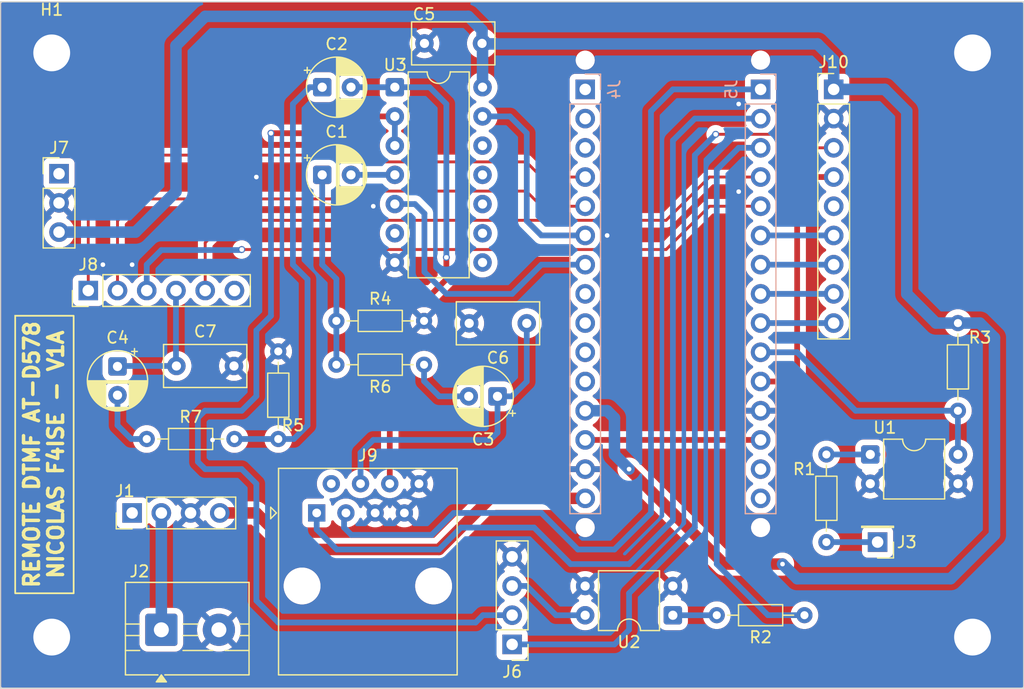
<source format=kicad_pcb>
(kicad_pcb (version 20241229) (generator "pcbnew") (generator_version "9.0")
  (title_block (date "sam. 04 avril 2015"))
  (layers (0 "F.Cu" signal) (2 "B.Cu" signal) (13 "F.Paste" user) (15 "B.Paste" user) (5 "F.SilkS" user "F.Silkscreen") (7 "B.SilkS" user "B.Silkscreen") (1 "F.Mask" user) (3 "B.Mask" user) (25 "Edge.Cuts" user))
  (net 0 "")
  (net 1 "GND")
  (net 2 "/~{RESET}")
  (net 3 "VCC")
  (net 4 "Net-(C1-Pad1)")
  (net 5 "/AM")
  (net 6 "/CW")
  (net 7 "Net-(C2-Pad1)")
  (net 8 "/TRX")
  (net 9 "Net-(C3-Pad2)")
  (net 10 "+5V")
  (net 11 "/GENCW")
  (net 12 "Net-(C4-Pad2)")
  (net 13 "Net-(J1-Pin_2)")
  (net 15 "/AREF")
  (net 16 "/D0{slash}RX")
  (net 17 "/D1{slash}TX")
  (net 18 "+3V3")
  (net 19 "/A7")
  (net 20 "/A6")
  (net 21 "/A5{slash}SCL")
  (net 22 "/A4{slash}SDA")
  (net 23 "/D13{slash}SCK")
  (net 24 "Net-(J3-Pin_1)")
  (net 25 "/MSG0")
  (net 26 "/SELAM")
  (net 27 "/SELCW")
  (net 28 "/MSG1")
  (net 29 "/PRES12V")
  (net 30 "/Q2")
  (net 31 "/SOT")
  (net 32 "/CMDPTT")
  (net 33 "/Q3")
  (net 34 "/EOT")
  (net 35 "/Q0")
  (net 36 "/~{STQ}")
  (net 37 "/Q1")
  (net 38 "/URX")
  (net 39 "/UTX")
  (net 40 "/MIC")
  (net 41 "/DTMF")
  (net 42 "/PTT")
  (net 47 "Net-(R1-Pad2)")
  (net 48 "Net-(R2-Pad2)")
  (footprint "MountingHole:MountingHole_3.2mm_M3_DIN965_Pad" (layer "F.Cu") (at 146.685 122.555)
    (property "Reference" "H4" (hide yes))
    (property "Value" "MountingHole_Pad" (hide yes))
    (pad "1" thru_hole circle (at 0 0) (size 5.6 5.6) (drill 3.2) (layers "*.Cu" "*.Mask") (net 1 "GND"))
  )
  (footprint "Capacitor_THT:CP_Radial_D5.0mm_P2.50mm" (layer "F.Cu") (at 105.41 101.62 180)
    (property "Reference" "C3" (at 1.25 -3.75 0) (layer "F.SilkS"))
    (property "Value" "4u7" (hide yes))
    (pad "1" thru_hole roundrect (at 0 0 180) (size 1.6 1.6) (drill 0.8) (layers "*.Cu" "*.Mask") (roundrect_rratio 0.15625) (net 8 "/TRX"))
    (pad "2" thru_hole circle (at 2.5 0 180) (size 1.6 1.6) (drill 0.8) (layers "*.Cu" "*.Mask") (net 9 "Net-(C3-Pad2)"))
  )
  (footprint "Connector_PinHeader_2.54mm:PinHeader_1x06_P2.54mm_Vertical" (layer "F.Cu") (at 69.85 92.42 90)
    (property "Reference" "J8" (at 2.25 0 180) (layer "F.SilkS"))
    (property "Value" "IO ATTINY85" (hide yes))
    (pad "1" thru_hole rect (at 0 0 90) (size 1.7 1.7) (drill 1) (layers "*.Cu" "*.Mask") (net 25 "/MSG0"))
    (pad "2" thru_hole circle (at 0 2.54 90) (size 1.7 1.7) (drill 1) (layers "*.Cu" "*.Mask") (net 28 "/MSG1"))
    (pad "3" thru_hole circle (at 0 5.08 90) (size 1.7 1.7) (drill 1) (layers "*.Cu" "*.Mask") (net 31 "/SOT"))
    (pad "4" thru_hole circle (at 0 7.62 90) (size 1.7 1.7) (drill 1) (layers "*.Cu" "*.Mask") (net 11 "/GENCW"))
    (pad "5" thru_hole circle (at 0 10.16 90) (size 1.7 1.7) (drill 1) (layers "*.Cu" "*.Mask") (net 34 "/EOT"))
    (pad "6" thru_hole circle (at 0 12.7 90) (size 1.7 1.7) (drill 1) (layers "*.Cu" "*.Mask"))
  )
  (footprint "Connector_PinHeader_2.54mm:PinHeader_1x09_P2.54mm_Vertical" (layer "F.Cu") (at 134.62 74.93)
    (property "Reference" "J10" (at 0 -2.38 0) (layer "F.SilkS"))
    (property "Value" "MT8870D")
    (pad "1" thru_hole rect (at 0 0) (size 1.7 1.7) (drill 1) (layers "*.Cu" "*.Mask") (net 10 "+5V"))
    (pad "2" thru_hole circle (at 0 2.54) (size 1.7 1.7) (drill 1) (layers "*.Cu" "*.Mask") (net 1 "GND"))
    (pad "3" thru_hole circle (at 0 5.08) (size 1.7 1.7) (drill 1) (layers "*.Cu" "*.Mask") (net 41 "/DTMF"))
    (pad "4" thru_hole circle (at 0 7.62) (size 1.7 1.7) (drill 1) (layers "*.Cu" "*.Mask") (net 36 "/~{STQ}"))
    (pad "5" thru_hole circle (at 0 10.16) (size 1.7 1.7) (drill 1) (layers "*.Cu" "*.Mask"))
    (pad "6" thru_hole circle (at 0 12.7) (size 1.7 1.7) (drill 1) (layers "*.Cu" "*.Mask") (net 33 "/Q3"))
    (pad "7" thru_hole circle (at 0 15.24) (size 1.7 1.7) (drill 1) (layers "*.Cu" "*.Mask") (net 30 "/Q2"))
    (pad "8" thru_hole circle (at 0 17.78) (size 1.7 1.7) (drill 1) (layers "*.Cu" "*.Mask") (net 37 "/Q1"))
    (pad "9" thru_hole circle (at 0 20.32) (size 1.7 1.7) (drill 1) (layers "*.Cu" "*.Mask") (net 35 "/Q0"))
  )
  (footprint "Capacitor_THT:CP_Radial_D5.0mm_P2.50mm" (layer "F.Cu") (at 90.1775 82.36)
    (property "Reference" "C1" (at 1.25 -3.75 0) (layer "F.SilkS"))
    (property "Value" "4u7" (hide yes))
    (pad "1" thru_hole roundrect (at 0 0) (size 1.6 1.6) (drill 0.8) (layers "*.Cu" "*.Mask") (roundrect_rratio 0.15625) (net 4 "Net-(C1-Pad1)"))
    (pad "2" thru_hole circle (at 2.5 0) (size 1.6 1.6) (drill 0.8) (layers "*.Cu" "*.Mask") (net 5 "/AM"))
  )
  (footprint "Package_DIP:DIP-14_W7.62mm" (layer "F.Cu") (at 96.4875 74.74)
    (property "Reference" "U3" (at 0.0325 -1.94 0) (layer "F.SilkS"))
    (property "Value" "CD4066BE")
    (pad "1" thru_hole roundrect (at 0 0) (size 1.6 1.6) (drill 0.8) (layers "*.Cu" "*.Mask") (roundrect_rratio 0.15625) (net 6 "/CW"))
    (pad "2" thru_hole circle (at 0 2.54) (size 1.6 1.6) (drill 0.8) (layers "*.Cu" "*.Mask") (net 40 "/MIC"))
    (pad "3" thru_hole circle (at 0 5.08) (size 1.6 1.6) (drill 0.8) (layers "*.Cu" "*.Mask") (net 40 "/MIC"))
    (pad "4" thru_hole circle (at 0 7.62) (size 1.6 1.6) (drill 0.8) (layers "*.Cu" "*.Mask") (net 5 "/AM"))
    (pad "5" thru_hole circle (at 0 10.16) (size 1.6 1.6) (drill 0.8) (layers "*.Cu" "*.Mask") (net 26 "/SELAM"))
    (pad "6" thru_hole circle (at 0 12.7) (size 1.6 1.6) (drill 0.8) (layers "*.Cu" "*.Mask"))
    (pad "7" thru_hole circle (at 0 15.24) (size 1.6 1.6) (drill 0.8) (layers "*.Cu" "*.Mask") (net 1 "GND"))
    (pad "8" thru_hole circle (at 7.62 15.24) (size 1.6 1.6) (drill 0.8) (layers "*.Cu" "*.Mask"))
    (pad "9" thru_hole circle (at 7.62 12.7) (size 1.6 1.6) (drill 0.8) (layers "*.Cu" "*.Mask"))
    (pad "10" thru_hole circle (at 7.62 10.16) (size 1.6 1.6) (drill 0.8) (layers "*.Cu" "*.Mask"))
    (pad "11" thru_hole circle (at 7.62 7.62) (size 1.6 1.6) (drill 0.8) (layers "*.Cu" "*.Mask"))
    (pad "12" thru_hole circle (at 7.62 5.08) (size 1.6 1.6) (drill 0.8) (layers "*.Cu" "*.Mask"))
    (pad "13" thru_hole circle (at 7.62 2.54) (size 1.6 1.6) (drill 0.8) (layers "*.Cu" "*.Mask") (net 27 "/SELCW"))
    (pad "14" thru_hole circle (at 7.62 0) (size 1.6 1.6) (drill 0.8) (layers "*.Cu" "*.Mask") (net 10 "+5V"))
  )
  (footprint "Arduino_MountingHole:MountingHole_65mil" (layer "F.Cu") (at 128.27 72.39 -90)
    (property "Reference" "MH2" (hide yes))
    (property "Value" "MountingHole_65mil" (hide yes))
    (pad "" np_thru_hole circle (at 0 0 270) (size 1.651 1.651) (drill 1.651) (layers "*.Cu" "*.Mask"))
  )
  (footprint "Capacitor_THT:C_Rect_L7.0mm_W3.5mm_P5.00mm" (layer "F.Cu") (at 77.51 98.98)
    (property "Reference" "C7" (at 2.5 -3 0) (layer "F.SilkS"))
    (property "Value" "47p" (hide yes))
    (pad "1" thru_hole circle (at 0 0) (size 1.6 1.6) (drill 0.8) (layers "*.Cu" "*.Mask") (net 11 "/GENCW"))
    (pad "2" thru_hole circle (at 5 0) (size 1.6 1.6) (drill 0.8) (layers "*.Cu" "*.Mask") (net 1 "GND"))
  )
  (footprint "MountingHole:MountingHole_3.2mm_M3_DIN965_Pad" (layer "F.Cu") (at 146.685 71.755)
    (property "Reference" "H3" (hide yes))
    (property "Value" "MountingHole_Pad" (hide yes))
    (pad "1" thru_hole circle (at 0 0) (size 5.6 5.6) (drill 3.2) (layers "*.Cu" "*.Mask") (net 1 "GND"))
  )
  (footprint "Resistor_THT:R_Axial_DIN0204_L3.6mm_D1.6mm_P7.62mm_Horizontal" (layer "F.Cu") (at 145.415 95.25 -90)
    (property "Reference" "R3" (at 1.265 -1.92 180) (layer "F.SilkS"))
    (property "Value" "100K" (hide yes))
    (pad "1" thru_hole circle (at 0 0 270) (size 1.4 1.4) (drill 0.7) (layers "*.Cu" "*.Mask") (net 10 "+5V"))
    (pad "2" thru_hole circle (at 7.62 0 270) (size 1.4 1.4) (drill 0.7) (layers "*.Cu" "*.Mask") (net 29 "/PRES12V"))
  )
  (footprint "Capacitor_THT:CP_Radial_D5.0mm_P2.50mm" (layer "F.Cu") (at 90.1775 74.74)
    (property "Reference" "C2" (at 1.25 -3.75 0) (layer "F.SilkS"))
    (property "Value" "4u7" (hide yes))
    (pad "1" thru_hole roundrect (at 0 0) (size 1.6 1.6) (drill 0.8) (layers "*.Cu" "*.Mask") (roundrect_rratio 0.15625) (net 7 "Net-(C2-Pad1)"))
    (pad "2" thru_hole circle (at 2.5 0) (size 1.6 1.6) (drill 0.8) (layers "*.Cu" "*.Mask") (net 6 "/CW"))
  )
  (footprint "Connector_PinHeader_2.54mm:PinHeader_1x04_P2.54mm_Vertical" (layer "F.Cu") (at 106.68 123.19 180)
    (property "Reference" "J6" (at 0 -2.38 0) (layer "F.SilkS"))
    (property "Value" "TRX TELCO" (hide yes))
    (pad "1" thru_hole rect (at 0 0 180) (size 1.7 1.7) (drill 1) (layers "*.Cu" "*.Mask") (net 41 "/DTMF"))
    (pad "2" thru_hole circle (at 0 2.54 180) (size 1.7 1.7) (drill 1) (layers "*.Cu" "*.Mask") (net 40 "/MIC"))
    (pad "3" thru_hole circle (at 0 5.08 180) (size 1.7 1.7) (drill 1) (layers "*.Cu" "*.Mask") (net 42 "/PTT"))
    (pad "4" thru_hole circle (at 0 7.62 180) (size 1.7 1.7) (drill 1) (layers "*.Cu" "*.Mask") (net 1 "GND"))
  )
  (footprint "TerminalBlock:TerminalBlock_MaiXu_MX126-5.0-02P_1x02_P5.00mm" (layer "F.Cu") (at 76.2 121.92)
    (property "Reference" "J2" (at -1.905 -5.08 180) (layer "F.SilkS"))
    (property "Value" "BATT 12V" (hide yes))
    (pad "1" thru_hole roundrect (at 0 0) (size 2.8 2.8) (drill 1.3) (layers "*.Cu" "*.Mask") (roundrect_rratio 0.089286) (net 13 "Net-(J1-Pin_2)"))
    (pad "2" thru_hole circle (at 5 0) (size 2.8 2.8) (drill 1.3) (layers "*.Cu" "*.Mask") (net 1 "GND"))
  )
  (footprint "Resistor_THT:R_Axial_DIN0204_L3.6mm_D1.6mm_P7.62mm_Horizontal" (layer "F.Cu") (at 133.985 114.295 90)
    (property "Reference" "R1" (at 6.345 -1.92 180) (layer "F.SilkS"))
    (property "Value" "2K2" (hide yes))
    (pad "1" thru_hole circle (at 0 0 90) (size 1.4 1.4) (drill 0.7) (layers "*.Cu" "*.Mask") (net 24 "Net-(J3-Pin_1)"))
    (pad "2" thru_hole circle (at 7.62 0 90) (size 1.4 1.4) (drill 0.7) (layers "*.Cu" "*.Mask") (net 47 "Net-(R1-Pad2)"))
  )
  (footprint "Capacitor_THT:C_Rect_L7.0mm_W3.5mm_P5.00mm" (layer "F.Cu") (at 104.0625 70.93 180)
    (property "Reference" "C5" (at 5.04 2.54 0) (layer "F.SilkS"))
    (property "Value" "100n" (hide yes))
    (pad "1" thru_hole circle (at 0 0 180) (size 1.6 1.6) (drill 0.8) (layers "*.Cu" "*.Mask") (net 10 "+5V"))
    (pad "2" thru_hole circle (at 5 0 180) (size 1.6 1.6) (drill 0.8) (layers "*.Cu" "*.Mask") (net 1 "GND"))
  )
  (footprint "Resistor_THT:R_Axial_DIN0204_L3.6mm_D1.6mm_P7.62mm_Horizontal" (layer "F.Cu") (at 74.93 105.33)
    (property "Reference" "R7" (at 3.81 -1.92 0) (layer "F.SilkS"))
    (property "Value" "47K" (hide yes))
    (pad "1" thru_hole circle (at 0 0) (size 1.4 1.4) (drill 0.7) (layers "*.Cu" "*.Mask") (net 12 "Net-(C4-Pad2)"))
    (pad "2" thru_hole circle (at 7.62 0) (size 1.4 1.4) (drill 0.7) (layers "*.Cu" "*.Mask") (net 7 "Net-(C2-Pad1)"))
  )
  (footprint "Capacitor_THT:C_Rect_L7.0mm_W3.5mm_P5.00mm" (layer "F.Cu") (at 107.95 95.27 180)
    (property "Reference" "C6" (at 2.5 -3 0) (layer "F.SilkS"))
    (property "Value" "47p" (hide yes))
    (pad "1" thru_hole circle (at 0 0 180) (size 1.6 1.6) (drill 0.8) (layers "*.Cu" "*.Mask") (net 8 "/TRX"))
    (pad "2" thru_hole circle (at 5 0 180) (size 1.6 1.6) (drill 0.8) (layers "*.Cu" "*.Mask") (net 1 "GND"))
  )
  (footprint "Connector_PinHeader_2.54mm:PinHeader_1x01_P2.54mm_Vertical" (layer "F.Cu") (at 138.435 114.295 180)
    (property "Reference" "J3" (at -2.535 -0.005 0) (layer "F.SilkS"))
    (property "Value" "P12V" (hide yes))
    (pad "1" thru_hole rect (at 0 0 180) (size 1.7 1.7) (drill 1) (layers "*.Cu" "*.Mask") (net 24 "Net-(J3-Pin_1)"))
  )
  (footprint "Arduino_MountingHole:MountingHole_65mil" (layer "F.Cu") (at 113.03 113.03 -90)
    (property "Reference" "MH4" (hide yes))
    (property "Value" "MountingHole_65mil" (hide yes))
    (pad "" np_thru_hole circle (at 0 0 270) (size 1.651 1.651) (drill 1.651) (layers "*.Cu" "*.Mask"))
  )
  (footprint "Capacitor_THT:CP_Radial_D5.0mm_P2.50mm" (layer "F.Cu") (at 72.39 99.02 -90)
    (property "Reference" "C4" (at -2.5 0 180) (layer "F.SilkS"))
    (property "Value" "4u7" (hide yes))
    (pad "1" thru_hole roundrect (at 0 0 270) (size 1.6 1.6) (drill 0.8) (layers "*.Cu" "*.Mask") (roundrect_rratio 0.15625) (net 11 "/GENCW"))
    (pad "2" thru_hole circle (at 2.5 0 270) (size 1.6 1.6) (drill 0.8) (layers "*.Cu" "*.Mask") (net 12 "Net-(C4-Pad2)"))
  )
  (footprint "MountingHole:MountingHole_3.2mm_M3_DIN965_Pad" (layer "F.Cu") (at 66.675 71.755)
    (property "Reference" "H1" (at 0 -3.75 0) (layer "F.SilkS"))
    (property "Value" "MountingHole_Pad" (hide yes))
    (pad "1" thru_hole circle (at 0 0) (size 5.6 5.6) (drill 3.2) (layers "*.Cu" "*.Mask") (net 1 "GND"))
  )
  (footprint "Connector_PinHeader_2.54mm:PinHeader_1x04_P2.54mm_Vertical" (layer "F.Cu") (at 73.66 111.76 90)
    (property "Reference" "J1" (at 1.905 -0.635 180) (layer "F.SilkS"))
    (property "Value" "REG. 7V" (hide yes))
    (pad "1" thru_hole rect (at 0 0 90) (size 1.7 1.7) (drill 1) (layers "*.Cu" "*.Mask"))
    (pad "2" thru_hole circle (at 0 2.54 90) (size 1.7 1.7) (drill 1) (layers "*.Cu" "*.Mask") (net 13 "Net-(J1-Pin_2)"))
    (pad "3" thru_hole circle (at 0 5.08 90) (size 1.7 1.7) (drill 1) (layers "*.Cu" "*.Mask") (net 1 "GND"))
    (pad "4" thru_hole circle (at 0 7.62 90) (size 1.7 1.7) (drill 1) (layers "*.Cu" "*.Mask") (net 3 "VCC"))
  )
  (footprint "MountingHole:MountingHole_3.2mm_M3_DIN965_Pad" (layer "F.Cu") (at 66.675 122.555)
    (property "Reference" "H2" (hide yes))
    (property "Value" "MountingHole_Pad" (hide yes))
    (pad "1" thru_hole circle (at 0 0) (size 5.6 5.6) (drill 3.2) (layers "*.Cu" "*.Mask") (net 1 "GND"))
  )
  (footprint "Package_DIP:DIP-4_W7.62mm" (layer "F.Cu") (at 137.8 106.675)
    (property "Reference" "U1" (at 1.265 -2.33 0) (layer "F.SilkS"))
    (property "Value" "PC817" (hide yes))
    (pad "1" thru_hole roundrect (at 0 0) (size 1.6 1.6) (drill 0.8) (layers "*.Cu" "*.Mask") (roundrect_rratio 0.15625) (net 47 "Net-(R1-Pad2)"))
    (pad "2" thru_hole circle (at 0 2.54) (size 1.6 1.6) (drill 0.8) (layers "*.Cu" "*.Mask") (net 1 "GND"))
    (pad "3" thru_hole circle (at 7.62 2.54) (size 1.6 1.6) (drill 0.8) (layers "*.Cu" "*.Mask") (net 1 "GND"))
    (pad "4" thru_hole circle (at 7.62 0) (size 1.6 1.6) (drill 0.8) (layers "*.Cu" "*.Mask") (net 29 "/PRES12V"))
  )
  (footprint "Package_DIP:DIP-4_W7.62mm" (layer "F.Cu") (at 120.645 120.655 180)
    (property "Reference" "U2" (at 3.81 -2.33 0) (layer "F.SilkS"))
    (property "Value" "PC817" (hide yes))
    (pad "1" thru_hole roundrect (at 0 0 180) (size 1.6 1.6) (drill 0.8) (layers "*.Cu" "*.Mask") (roundrect_rratio 0.15625) (net 48 "Net-(R2-Pad2)"))
    (pad "2" thru_hole circle (at 0 2.54 180) (size 1.6 1.6) (drill 0.8) (layers "*.Cu" "*.Mask") (net 1 "GND"))
    (pad "3" thru_hole circle (at 7.62 2.54 180) (size 1.6 1.6) (drill 0.8) (layers "*.Cu" "*.Mask") (net 1 "GND"))
    (pad "4" thru_hole circle (at 7.62 0 180) (size 1.6 1.6) (drill 0.8) (layers "*.Cu" "*.Mask") (net 42 "/PTT"))
  )
  (footprint "Arduino_MountingHole:MountingHole_65mil" (layer "F.Cu") (at 113.03 72.39 -90)
    (property "Reference" "MH1" (hide yes))
    (property "Value" "MountingHole_65mil" (hide yes))
    (pad "" np_thru_hole circle (at 0 0 270) (size 1.651 1.651) (drill 1.651) (layers "*.Cu" "*.Mask"))
  )
  (footprint "Resistor_THT:R_Axial_DIN0204_L3.6mm_D1.6mm_P7.62mm_Horizontal" (layer "F.Cu") (at 132.08 120.65 180)
    (property "Reference" "R2" (at 3.81 -1.92 0) (layer "F.SilkS"))
    (property "Value" "820R" (hide yes))
    (pad "1" thru_hole circle (at 0 0 180) (size 1.4 1.4) (drill 0.7) (layers "*.Cu" "*.Mask") (net 32 "/CMDPTT"))
    (pad "2" thru_hole circle (at 7.62 0 180) (size 1.4 1.4) (drill 0.7) (layers "*.Cu" "*.Mask") (net 48 "Net-(R2-Pad2)"))
  )
  (footprint "Resistor_THT:R_Axial_DIN0204_L3.6mm_D1.6mm_P7.62mm_Horizontal" (layer "F.Cu") (at 91.4075 95.06)
    (property "Reference" "R4" (at 3.81 -1.92 0) (layer "F.SilkS"))
    (property "Value" "47K" (hide yes))
    (pad "1" thru_hole circle (at 0 0) (size 1.4 1.4) (drill 0.7) (layers "*.Cu" "*.Mask") (net 4 "Net-(C1-Pad1)"))
    (pad "2" thru_hole circle (at 7.62 0) (size 1.4 1.4) (drill 0.7) (layers "*.Cu" "*.Mask") (net 1 "GND"))
  )
  (footprint "Resistor_THT:R_Axial_DIN0204_L3.6mm_D1.6mm_P7.62mm_Horizontal" (layer "F.Cu") (at 86.36 105.33 90)
    (property "Reference" "R5" (at 1.19 1.27 180) (layer "F.SilkS"))
    (property "Value" "47K" (hide yes))
    (pad "1" thru_hole circle (at 0 0 90) (size 1.4 1.4) (drill 0.7) (layers "*.Cu" "*.Mask") (net 7 "Net-(C2-Pad1)"))
    (pad "2" thru_hole circle (at 7.62 0 90) (size 1.4 1.4) (drill 0.7) (layers "*.Cu" "*.Mask") (net 1 "GND"))
  )
  (footprint "Resistor_THT:R_Axial_DIN0204_L3.6mm_D1.6mm_P7.62mm_Horizontal" (layer "F.Cu") (at 99.0275 98.87 180)
    (property "Reference" "R6" (at 3.81 -1.92 0) (layer "F.SilkS"))
    (property "Value" "47K" (hide yes))
    (pad "1" thru_hole circle (at 0 0 180) (size 1.4 1.4) (drill 0.7) (layers "*.Cu" "*.Mask") (net 9 "Net-(C3-Pad2)"))
    (pad "2" thru_hole circle (at 7.62 0 180) (size 1.4 1.4) (drill 0.7) (layers "*.Cu" "*.Mask") (net 4 "Net-(C1-Pad1)"))
  )
  (footprint "Connector_PinHeader_2.54mm:PinHeader_1x03_P2.54mm_Vertical" (layer "F.Cu") (at 67.31 82.26)
    (property "Reference" "J7" (at 0 -2.25 0) (layer "F.SilkS"))
    (property "Value" "AL. ATTINY85" (hide yes))
    (pad "1" thru_hole rect (at 0 0) (size 1.7 1.7) (drill 1) (layers "*.Cu" "*.Mask"))
    (pad "2" thru_hole circle (at 0 2.54) (size 1.7 1.7) (drill 1) (layers "*.Cu" "*.Mask") (net 1 "GND"))
    (pad "3" thru_hole circle (at 0 5.08) (size 1.7 1.7) (drill 1) (layers "*.Cu" "*.Mask") (net 10 "+5V"))
  )
  (footprint "Arduino_MountingHole:MountingHole_65mil" (layer "F.Cu") (at 128.27 113.03 -90)
    (property "Reference" "MH3" (hide yes))
    (property "Value" "MountingHole_65mil" (hide yes))
    (pad "" np_thru_hole circle (at 0 0 270) (size 1.651 1.651) (drill 1.651) (layers "*.Cu" "*.Mask"))
  )
  (footprint "Connector_RJ:RJ45_Amphenol_54602-x08_Horizontal" (layer "F.Cu") (at 89.6975 111.76)
    (property "Reference" "J9" (at 4.445 -5 0) (layer "F.SilkS"))
    (property "Value" "AT-D578" (hide yes))
    (pad "" np_thru_hole circle (at -1.27 6.35) (size 3.2 3.2) (drill 3.2) (layers "*.Cu" "*.Mask"))
    (pad "" np_thru_hole circle (at 10.16 6.35) (size 3.2 3.2) (drill 3.2) (layers "*.Cu" "*.Mask"))
    (pad "1" thru_hole rect (at 0 0) (size 1.5 1.5) (drill 0.76) (layers "*.Cu" "*.Mask") (net 38 "/URX"))
    (pad "2" thru_hole circle (at 1.27 -2.54) (size 1.5 1.5) (drill 0.76) (layers "*.Cu" "*.Mask"))
    (pad "3" thru_hole circle (at 2.54 0) (size 1.5 1.5) (drill 0.76) (layers "*.Cu" "*.Mask") (net 39 "/UTX"))
    (pad "4" thru_hole circle (at 3.81 -2.54) (size 1.5 1.5) (drill 0.76) (layers "*.Cu" "*.Mask") (net 8 "/TRX"))
    (pad "5" thru_hole circle (at 5.08 0) (size 1.5 1.5) (drill 0.76) (layers "*.Cu" "*.Mask") (net 1 "GND"))
    (pad "6" thru_hole circle (at 6.35 -2.54) (size 1.5 1.5) (drill 0.76) (layers "*.Cu" "*.Mask") (net 6 "/CW"))
    (pad "7" thru_hole circle (at 7.62 0) (size 1.5 1.5) (drill 0.76) (layers "*.Cu" "*.Mask") (net 1 "GND"))
    (pad "8" thru_hole circle (at 8.89 -2.54) (size 1.5 1.5) (drill 0.76) (layers "*.Cu" "*.Mask") (net 1 "GND"))
  )
  (footprint "Connector_PinHeader_2.54mm:PinHeader_1x15_P2.54mm_Vertical" (layer "B.Cu") (at 113.03 74.93 180)
    (property "Reference" "J4" (at -2.54 0 90) (layer "B.SilkS") (effects (justify mirror)))
    (property "Value" "Analog")
    (pad "1" thru_hole rect (at 0 0 180) (size 1.7 1.7) (drill 1) (layers "*.Cu" "*.Mask") (net 23 "/D13{slash}SCK"))
    (pad "2" thru_hole oval (at 0 -2.54 180) (size 1.7 1.7) (drill 1) (layers "*.Cu" "*.Mask") (net 18 "+3V3"))
    (pad "3" thru_hole oval (at 0 -5.08 180) (size 1.7 1.7) (drill 1) (layers "*.Cu" "*.Mask") (net 15 "/AREF"))
    (pad "4" thru_hole oval (at 0 -7.62 180) (size 1.7 1.7) (drill 1) (layers "*.Cu" "*.Mask") (net 25 "/MSG0"))
    (pad "5" thru_hole oval (at 0 -10.16 180) (size 1.7 1.7) (drill 1) (layers "*.Cu" "*.Mask") (net 28 "/MSG1"))
    (pad "6" thru_hole oval (at 0 -12.7 180) (size 1.7 1.7) (drill 1) (layers "*.Cu" "*.Mask") (net 27 "/SELCW"))
    (pad "7" thru_hole oval (at 0 -15.24 180) (size 1.7 1.7) (drill 1) (layers "*.Cu" "*.Mask") (net 26 "/SELAM"))
    (pad "8" thru_hole oval (at 0 -17.78 180) (size 1.7 1.7) (drill 1) (layers "*.Cu" "*.Mask") (net 22 "/A4{slash}SDA"))
    (pad "9" thru_hole oval (at 0 -20.32 180) (size 1.7 1.7) (drill 1) (layers "*.Cu" "*.Mask") (net 21 "/A5{slash}SCL"))
    (pad "10" thru_hole oval (at 0 -22.86 180) (size 1.7 1.7) (drill 1) (layers "*.Cu" "*.Mask") (net 20 "/A6"))
    (pad "11" thru_hole oval (at 0 -25.4 180) (size 1.7 1.7) (drill 1) (layers "*.Cu" "*.Mask") (net 19 "/A7"))
    (pad "12" thru_hole oval (at 0 -27.94 180) (size 1.7 1.7) (drill 1) (layers "*.Cu" "*.Mask") (net 10 "+5V"))
    (pad "13" thru_hole oval (at 0 -30.48 180) (size 1.7 1.7) (drill 1) (layers "*.Cu" "*.Mask") (net 2 "/~{RESET}"))
    (pad "14" thru_hole oval (at 0 -33.02 180) (size 1.7 1.7) (drill 1) (layers "*.Cu" "*.Mask") (net 1 "GND"))
    (pad "15" thru_hole oval (at 0 -35.56 180) (size 1.7 1.7) (drill 1) (layers "*.Cu" "*.Mask") (net 3 "VCC"))
  )
  (footprint "Connector_PinHeader_2.54mm:PinHeader_1x15_P2.54mm_Vertical" (layer "B.Cu") (at 128.27 74.93 180)
    (property "Reference" "J5" (at 2.54 0 90) (layer "B.SilkS") (effects (justify mirror)))
    (property "Value" "Digital")
    (pad "1" thru_hole rect (at 0 0 180) (size 1.7 1.7) (drill 1) (layers "*.Cu" "*.Mask") (net 39 "/UTX"))
    (pad "2" thru_hole oval (at 0 -2.54 180) (size 1.7 1.7) (drill 1) (layers "*.Cu" "*.Mask") (net 38 "/URX"))
    (pad "3" thru_hole oval (at 0 -5.08 180) (size 1.7 1.7) (drill 1) (layers "*.Cu" "*.Mask") (net 32 "/CMDPTT"))
    (pad "4" thru_hole oval (at 0 -7.62 180) (size 1.7 1.7) (drill 1) (layers "*.Cu" "*.Mask") (net 34 "/EOT"))
    (pad "5" thru_hole oval (at 0 -10.16 180) (size 1.7 1.7) (drill 1) (layers "*.Cu" "*.Mask") (net 31 "/SOT"))
    (pad "6" thru_hole oval (at 0 -12.7 180) (size 1.7 1.7) (drill 1) (layers "*.Cu" "*.Mask") (net 33 "/Q3"))
    (pad "7" thru_hole oval (at 0 -15.24 180) (size 1.7 1.7) (drill 1) (layers "*.Cu" "*.Mask") (net 30 "/Q2"))
    (pad "8" thru_hole oval (at 0 -17.78 180) (size 1.7 1.7) (drill 1) (layers "*.Cu" "*.Mask") (net 37 "/Q1"))
    (pad "9" thru_hole oval (at 0 -20.32 180) (size 1.7 1.7) (drill 1) (layers "*.Cu" "*.Mask") (net 35 "/Q0"))
    (pad "10" thru_hole oval (at 0 -22.86 180) (size 1.7 1.7) (drill 1) (layers "*.Cu" "*.Mask") (net 29 "/PRES12V"))
    (pad "11" thru_hole oval (at 0 -25.4 180) (size 1.7 1.7) (drill 1) (layers "*.Cu" "*.Mask") (net 36 "/~{STQ}"))
    (pad "12" thru_hole oval (at 0 -27.94 180) (size 1.7 1.7) (drill 1) (layers "*.Cu" "*.Mask") (net 1 "GND"))
    (pad "13" thru_hole oval (at 0 -30.48 180) (size 1.7 1.7) (drill 1) (layers "*.Cu" "*.Mask") (net 2 "/~{RESET}"))
    (pad "14" thru_hole oval (at 0 -33.02 180) (size 1.7 1.7) (drill 1) (layers "*.Cu" "*.Mask") (net 16 "/D0{slash}RX"))
    (pad "15" thru_hole oval (at 0 -35.56 180) (size 1.7 1.7) (drill 1) (layers "*.Cu" "*.Mask") (net 17 "/D1{slash}TX"))
  )
  (gr_line (start 81.915 86.36) (end 95.25 86.36) (stroke (width 0.15)) (layer "F.Cu") (net 34))
  (gr_rect (start 63.5 94.615) (end 68.58 118.745) (stroke (width 0.15)) (fill no) (layer "F.SilkS"))
  (gr_rect (start 62.23 67.31) (end 151.13 127) (stroke (width 0.1)) (fill no) (layer "Edge.Cuts"))
  (gr_text "REMOTE DTMF AT-D578\nNICOLAS F4ISE - V1A" (at 65.985 106.68 90) (layer "F.SilkS") (effects (font (size 1.3 1.3) (thickness 0.3) (bold yes))))
  (via (at 80.645 105.41) (size 0.6) (drill 0.4) (layers "F.Cu" "B.Cu") (net 1))
  (via (at 126.365 76.2) (size 0.6) (drill 0.4) (layers "F.Cu" "B.Cu") (net 1))
  (via (at 126.365 83.82) (size 0.6) (drill 0.4) (layers "F.Cu" "B.Cu") (net 1))
  (via (at 94.615 85.09) (size 0.6) (drill 0.4) (layers "F.Cu" "B.Cu") (net 1))
  (via (at 71.12 90.17) (size 0.6) (drill 0.4) (layers "F.Cu" "B.Cu") (net 1))
  (via (at 84.455 82.55) (size 0.6) (drill 0.4) (layers "F.Cu" "B.Cu") (net 1))
  (via (at 114.935 87.63) (size 0.6) (drill 0.4) (layers "F.Cu" "B.Cu") (net 1))
  (via (at 73.66 90.17) (size 0.6) (drill 0.4) (layers "F.Cu" "B.Cu") (net 1))
  (segment (start 113.03 105.41) (end 128.27 105.41) (width 0.5) (layer "F.Cu") (net 2))
  (segment (start 84.455 111.76) (end 87.63 114.935) (width 1) (layer "F.Cu") (net 3))
  (segment (start 104.775 110.49) (end 113.03 110.49) (width 1) (layer "F.Cu") (net 3))
  (segment (start 81.28 111.76) (end 84.455 111.76) (width 1) (layer "F.Cu") (net 3))
  (segment (start 87.63 114.935) (end 100.33 114.935) (width 1) (layer "F.Cu") (net 3))
  (segment (start 100.33 114.935) (end 104.775 110.49) (width 1) (layer "F.Cu") (net 3))
  (segment (start 90.1775 90.1625) (end 90.1775 82.36) (width 0.5) (layer "B.Cu") (net 4))
  (segment (start 90.17 90.17) (end 90.1775 90.1625) (width 0.5) (layer "B.Cu") (net 4))
  (segment (start 91.4075 95.06) (end 91.4075 91.4075) (width 0.5) (layer "B.Cu") (net 4))
  (segment (start 91.4075 98.87) (end 91.4075 95.06) (width 0.5) (layer "B.Cu") (net 4))
  (segment (start 91.4075 91.4075) (end 90.17 90.17) (width 0.5) (layer "B.Cu") (net 4))
  (segment (start 92.6775 82.36) (end 96.4875 82.36) (width 0.5) (layer "B.Cu") (net 5))
  (segment (start 100.965 89.535) (end 100.965 91.44) (width 0.5) (layer "F.Cu") (net 6))
  (segment (start 97.79 92.71) (end 96.0475 94.4525) (width 0.5) (layer "F.Cu") (net 6))
  (segment (start 100.965 91.44) (end 99.695 92.71) (width 0.5) (layer "F.Cu") (net 6))
  (segment (start 96.0475 94.4525) (end 96.0475 109.22) (width 0.5) (layer "F.Cu") (net 6))
  (segment (start 99.695 92.71) (end 97.79 92.71) (width 0.5) (layer "F.Cu") (net 6))
  (via (at 100.965 89.535) (size 0.6) (drill 0.4) (layers "F.Cu" "B.Cu") (net 6))
  (segment (start 99.505 74.74) (end 96.4875 74.74) (width 0.5) (layer "B.Cu") (net 6))
  (segment (start 100.965 89.535) (end 100.965 76.2) (width 0.5) (layer "B.Cu") (net 6))
  (segment (start 92.6775 74.74) (end 96.4875 74.74) (width 0.5) (layer "B.Cu") (net 6))
  (segment (start 100.965 76.2) (end 99.505 74.74) (width 0.5) (layer "B.Cu") (net 6))
  (segment (start 89.09 74.74) (end 90.1775 74.74) (width 0.5) (layer "B.Cu") (net 7))
  (segment (start 87.63 76.2) (end 89.09 74.74) (width 0.5) (layer "B.Cu") (net 7))
  (segment (start 88.9 91.44) (end 87.63 90.17) (width 0.5) (layer "B.Cu") (net 7))
  (segment (start 87.63 90.17) (end 87.63 76.2) (width 0.5) (layer "B.Cu") (net 7))
  (segment (start 82.55 105.33) (end 86.36 105.33) (width 0.5) (layer "B.Cu") (net 7))
  (segment (start 86.36 105.33) (end 87.71 105.33) (width 0.5) (layer "B.Cu") (net 7))
  (segment (start 88.9 104.14) (end 88.9 91.44) (width 0.5) (layer "B.Cu") (net 7))
  (segment (start 87.71 105.33) (end 88.9 104.14) (width 0.5) (layer "B.Cu") (net 7))
  (segment (start 107.95 100.33) (end 106.66 101.62) (width 0.5) (layer "B.Cu") (net 8))
  (segment (start 94.615 105.41) (end 104.775 105.41) (width 0.5) (layer "B.Cu") (net 8))
  (segment (start 104.775 105.41) (end 105.41 104.775) (width 0.5) (layer "B.Cu") (net 8))
  (segment (start 105.41 104.775) (end 105.41 101.62) (width 0.5) (layer "B.Cu") (net 8))
  (segment (start 107.95 95.27) (end 107.95 100.33) (width 0.5) (layer "B.Cu") (net 8))
  (segment (start 106.66 101.62) (end 105.41 101.62) (width 0.5) (layer "B.Cu") (net 8))
  (segment (start 93.5075 109.22) (end 93.5075 106.5175) (width 0.5) (layer "B.Cu") (net 8))
  (segment (start 93.5075 106.5175) (end 94.615 105.41) (width 0.5) (layer "B.Cu") (net 8))
  (segment (start 99.0275 98.87) (end 99.0275 100.2975) (width 0.5) (layer "B.Cu") (net 9))
  (segment (start 100.35 101.62) (end 102.91 101.62) (width 0.5) (layer "B.Cu") (net 9))
  (segment (start 99.0275 100.2975) (end 100.35 101.62) (width 0.5) (layer "B.Cu") (net 9))
  (segment (start 116.84 107.95) (end 125.095 116.205) (width 1) (layer "F.Cu") (net 10))
  (segment (start 125.095 116.205) (end 130.175 116.205) (width 1) (layer "F.Cu") (net 10))
  (via (at 116.84 107.95) (size 0.6) (drill 0.4) (layers "F.Cu" "B.Cu") (net 10))
  (via (at 130.175 116.205) (size 0.6) (drill 0.4) (layers "F.Cu" "B.Cu") (net 10))
  (segment (start 140.97 76.835) (end 139.065 74.93) (width 1) (layer "B.Cu") (net 10))
  (segment (start 133.205 70.975) (end 134.62 72.39) (width 1) (layer "B.Cu") (net 10))
  (segment (start 144.78 117.475) (end 148.59 113.665) (width 1) (layer "B.Cu") (net 10))
  (segment (start 104.1075 70.975) (end 133.205 70.975) (width 1) (layer "B.Cu") (net 10))
  (segment (start 131.445 117.475) (end 144.78 117.475) (width 1) (layer "B.Cu") (net 10))
  (segment (start 143.51 95.25) (end 140.97 92.71) (width 1) (layer "B.Cu") (net 10))
  (segment (start 80.01 68.58) (end 102.87 68.58) (width 1) (layer "B.Cu") (net 10))
  (segment (start 148.59 96.52) (end 147.32 95.25) (width 1) (layer "B.Cu") (net 10))
  (segment (start 147.32 95.25) (end 143.51 95.25) (width 1) (layer "B.Cu") (net 10))
  (segment (start 104.0625 69.7725) (end 104.0625 70.93) (width 1) (layer "B.Cu") (net 10))
  (segment (start 130.175 116.205) (end 131.445 117.475) (width 1) (layer "B.Cu") (net 10))
  (segment (start 102.87 68.58) (end 104.0625 69.7725) (width 1) (layer "B.Cu") (net 10))
  (segment (start 148.59 113.665) (end 148.59 96.52) (width 1) (layer "B.Cu") (net 10))
  (segment (start 104.1075 74.74) (end 104.1075 70.975) (width 1) (layer "B.Cu") (net 10))
  (segment (start 77.47 71.12) (end 80.01 68.58) (width 1) (layer "B.Cu") (net 10))
  (segment (start 104.1075 70.975) (end 104.0625 70.93) (width 0.25) (layer "B.Cu") (net 10))
  (segment (start 115.57 103.505) (end 114.935 102.87) (width 1) (layer "B.Cu") (net 10))
  (segment (start 114.935 102.87) (end 113.03 102.87) (width 1) (layer "B.Cu") (net 10))
  (segment (start 139.065 74.93) (end 134.62 74.93) (width 1) (layer "B.Cu") (net 10))
  (segment (start 116.84 107.95) (end 115.57 106.68) (width 1) (layer "B.Cu") (net 10))
  (segment (start 77.47 83.82) (end 77.47 71.12) (width 1) (layer "B.Cu") (net 10))
  (segment (start 73.95 87.34) (end 77.47 83.82) (width 1) (layer "B.Cu") (net 10))
  (segment (start 115.57 106.68) (end 115.57 103.505) (width 1) (layer "B.Cu") (net 10))
  (segment (start 140.97 92.71) (end 140.97 76.835) (width 1) (layer "B.Cu") (net 10))
  (segment (start 67.31 87.34) (end 73.95 87.34) (width 1) (layer "B.Cu") (net 10))
  (segment (start 134.62 72.39) (end 134.62 74.93) (width 1) (layer "B.Cu") (net 10))
  (segment (start 72.43 98.98) (end 72.39 99.02) (width 0.25) (layer "B.Cu") (net 11))
  (segment (start 77.47 92.42) (end 77.47 98.94) (width 0.5) (layer "B.Cu") (net 11))
  (segment (start 77.51 98.98) (end 72.43 98.98) (width 0.5) (layer "B.Cu") (net 11))
  (segment (start 77.47 98.94) (end 77.51 98.98) (width 0.25) (layer "B.Cu") (net 11))
  (segment (start 74.93 105.33) (end 73.58 105.33) (width 0.5) (layer "B.Cu") (net 12))
  (segment (start 72.39 104.14) (end 72.39 101.52) (width 0.5) (layer "B.Cu") (net 12))
  (segment (start 73.58 105.33) (end 72.39 104.14) (width 0.5) (layer "B.Cu") (net 12))
  (segment (start 76.2 121.92) (end 76.2 111.76) (width 1) (layer "B.Cu") (net 13))
  (segment (start 138.435 114.295) (end 134.625 114.295) (width 0.5) (layer "B.Cu") (net 24))
  (segment (start 94.569 81.234) (end 93.98 80.645) (width 0.25) (layer "F.Cu") (net 25))
  (segment (start 69.85 83.82) (end 69.85 92.42) (width 0.25) (layer "F.Cu") (net 25))
  (segment (start 73.025 80.645) (end 69.85 83.82) (width 0.25) (layer "F.Cu") (net 25))
  (segment (start 93.98 80.645) (end 73.025 80.645) (width 0.25) (layer "F.Cu") (net 25))
  (segment (start 113.03 82.55) (end 109.22 82.55) (width 0.25) (layer "F.Cu") (net 25))
  (segment (start 109.22 82.55) (end 107.904 81.234) (width 0.25) (layer "F.Cu") (net 25))
  (segment (start 107.904 81.234) (end 94.569 81.234) (width 0.25) (layer "F.Cu") (net 25))
  (segment (start 98.235 84.9) (end 99.06 85.725) (width 0.5) (layer "B.Cu") (net 26))
  (segment (start 96.4875 84.9) (end 98.235 84.9) (width 0.5) (layer "B.Cu") (net 26))
  (segment (start 109.22 90.17) (end 113.03 90.17) (width 0.5) (layer "B.Cu") (net 26))
  (segment (start 100.965 92.71) (end 106.68 92.71) (width 0.5) (layer "B.Cu") (net 26))
  (segment (start 106.68 92.71) (end 109.22 90.17) (width 0.5) (layer "B.Cu") (net 26))
  (segment (start 99.06 85.725) (end 99.06 90.805) (width 0.5) (layer "B.Cu") (net 26))
  (segment (start 99.06 90.805) (end 100.965 92.71) (width 0.5) (layer "B.Cu") (net 26))
  (segment (start 109.22 87.63) (end 107.95 86.36) (width 0.5) (layer "B.Cu") (net 27))
  (segment (start 107.95 86.36) (end 107.95 78.74) (width 0.5) (layer "B.Cu") (net 27))
  (segment (start 106.49 77.28) (end 104.1075 77.28) (width 0.5) (layer "B.Cu") (net 27))
  (segment (start 107.95 78.74) (end 106.49 77.28) (width 0.5) (layer "B.Cu") (net 27))
  (segment (start 113.03 87.63) (end 109.22 87.63) (width 0.5) (layer "B.Cu") (net 27))
  (segment (start 107.904 83.774) (end 94.661 83.774) (width 0.25) (layer "F.Cu") (net 28))
  (segment (start 94.661 83.774) (end 93.98 84.455) (width 0.25) (layer "F.Cu") (net 28))
  (segment (start 72.39 86.36) (end 72.39 92.42) (width 0.25) (layer "F.Cu") (net 28))
  (segment (start 109.22 85.09) (end 107.904 83.774) (width 0.25) (layer "F.Cu") (net 28))
  (segment (start 74.295 84.455) (end 72.39 86.36) (width 0.25) (layer "F.Cu") (net 28))
  (segment (start 93.98 84.455) (end 74.295 84.455) (width 0.25) (layer "F.Cu") (net 28))
  (segment (start 113.03 85.09) (end 109.22 85.09) (width 0.25) (layer "F.Cu") (net 28))
  (segment (start 136.525 102.87) (end 145.415 102.87) (width 0.5) (layer "B.Cu") (net 29))
  (segment (start 145.415 102.87) (end 145.415 106.67) (width 0.5) (layer "B.Cu") (net 29))
  (segment (start 131.445 97.79) (end 136.525 102.87) (width 0.5) (layer "B.Cu") (net 29))
  (segment (start 145.415 106.67) (end 145.42 106.675) (width 0.5) (layer "B.Cu") (net 29))
  (segment (start 128.27 97.79) (end 131.445 97.79) (width 0.5) (layer "B.Cu") (net 29))
  (segment (start 128.27 90.17) (end 134.62 90.17) (width 0.5) (layer "B.Cu") (net 30))
  (segment (start 120.061 88.854) (end 123.825 85.09) (width 0.25) (layer "F.Cu") (net 31))
  (segment (start 83.185 88.854) (end 120.061 88.854) (width 0.25) (layer "F.Cu") (net 31))
  (segment (start 123.825 85.09) (end 128.27 85.09) (width 0.25) (layer "F.Cu") (net 31))
  (via (at 83.185 88.854) (size 0.6) (drill 0.4) (layers "F.Cu" "B.Cu") (net 31))
  (segment (start 83.139 88.9) (end 76.2 88.9) (width 0.5) (layer "B.Cu") (net 31))
  (segment (start 74.93 90.17) (end 74.93 92.42) (width 0.5) (layer "B.Cu") (net 31))
  (segment (start 76.2 88.9) (end 74.93 90.17) (width 0.5) (layer "B.Cu") (net 31))
  (segment (start 83.185 88.854) (end 83.139 88.9) (width 0.5) (layer "B.Cu") (net 31))
  (segment (start 132.08 120.65) (end 128.905 120.65) (width 0.5) (layer "B.Cu") (net 32))
  (segment (start 124.46 116.205) (end 124.46 81.915) (width 0.5) (layer "B.Cu") (net 32))
  (segment (start 126.365 80.01) (end 128.27 80.01) (width 0.5) (layer "B.Cu") (net 32))
  (segment (start 124.46 81.915) (end 126.365 80.01) (width 0.5) (layer "B.Cu") (net 32))
  (segment (start 128.905 120.65) (end 124.46 116.205) (width 0.5) (layer "B.Cu") (net 32))
  (segment (start 128.27 87.63) (end 134.62 87.63) (width 0.5) (layer "B.Cu") (net 33))
  (segment (start 128.27 82.55) (end 123.825 82.55) (width 0.25) (layer "F.Cu") (net 34))
  (segment (start 81.961 86.314) (end 120.061 86.314) (width 0.25) (layer "F.Cu") (net 34))
  (segment (start 80.01 88.265) (end 80.01 92.42) (width 0.25) (layer "F.Cu") (net 34))
  (segment (start 123.825 82.55) (end 120.061 86.314) (width 0.25) (layer "F.Cu") (net 34))
  (segment (start 80.01 88.265) (end 81.961 86.314) (width 0.25) (layer "F.Cu") (net 34))
  (segment (start 128.27 95.25) (end 134.62 95.25) (width 0.5) (layer "B.Cu") (net 35))
  (segment (start 131.445 99.695) (end 130.81 100.33) (width 0.5) (layer "F.Cu") (net 36))
  (segment (start 131.445 83.82) (end 131.445 99.695) (width 0.5) (layer "F.Cu") (net 36))
  (segment (start 130.81 100.33) (end 128.27 100.33) (width 0.5) (layer "F.Cu") (net 36))
  (segment (start 134.62 82.55) (end 132.715 82.55) (width 0.5) (layer "F.Cu") (net 36))
  (segment (start 132.715 82.55) (end 131.445 83.82) (width 0.5) (layer "F.Cu") (net 36))
  (segment (start 128.27 92.71) (end 134.62 92.71) (width 0.5) (layer "B.Cu") (net 37))
  (segment (start 89.6975 113.1925) (end 89.6975 111.76) (width 0.5) (layer "B.Cu") (net 38))
  (segment (start 120.65 79.375) (end 120.65 112.395) (width 0.5) (layer "B.Cu") (net 38))
  (segment (start 100.33 114.935) (end 91.44 114.935) (width 0.5) (layer "B.Cu") (net 38))
  (segment (start 120.65 112.395) (end 116.84 116.205) (width 0.5) (layer "B.Cu") (net 38))
  (segment (start 116.84 116.205) (end 111.76 116.205) (width 0.5) (layer "B.Cu") (net 38))
  (segment (start 108.585 113.03) (end 102.235 113.03) (width 0.5) (layer "B.Cu") (net 38))
  (segment (start 111.76 116.205) (end 108.585 113.03) (width 0.5) (layer "B.Cu") (net 38))
  (segment (start 91.44 114.935) (end 89.6975 113.1925) (width 0.5) (layer "B.Cu") (net 38))
  (segment (start 122.555 77.47) (end 120.65 79.375) (width 0.5) (layer "B.Cu") (net 38))
  (segment (start 102.235 113.03) (end 100.33 114.935) (width 0.5) (layer "B.Cu") (net 38))
  (segment (start 128.27 77.47) (end 122.555 77.47) (width 0.5) (layer "B.Cu") (net 38))
  (segment (start 118.745 76.835) (end 120.65 74.93) (width 0.5) (layer "B.Cu") (net 39))
  (segment (start 118.745 111.76) (end 118.745 76.835) (width 0.5) (layer "B.Cu") (net 39))
  (segment (start 99.695 113.665) (end 101.6 111.76) (width 0.5) (layer "B.Cu") (net 39))
  (segment (start 92.71 113.665) (end 99.695 113.665) (width 0.5) (layer "B.Cu") (net 39))
  (segment (start 112.395 114.935) (end 115.57 114.935) (width 0.5) (layer "B.Cu") (net 39))
  (segment (start 120.65 74.93) (end 128.27 74.93) (width 0.5) (layer "B.Cu") (net 39))
  (segment (start 101.6 111.76) (end 109.22 111.76) (width 0.5) (layer "B.Cu") (net 39))
  (segment (start 92.075 111.9225) (end 92.075 113.03) (width 0.5) (layer "B.Cu") (net 39))
  (segment (start 92.2375 111.76) (end 92.075 111.9225) (width 0.5) (layer "B.Cu") (net 39))
  (segment (start 92.075 113.03) (end 92.71 113.665) (width 0.5) (layer "B.Cu") (net 39))
  (segment (start 109.22 111.76) (end 112.395 114.935) (width 0.5) (layer "B.Cu") (net 39))
  (segment (start 115.57 114.935) (end 118.745 111.76) (width 0.5) (layer "B.Cu") (net 39))
  (segment (start 96.4875 77.28) (end 94.805 77.28) (width 0.5) (layer "F.Cu") (net 40))
  (segment (start 94.805 77.28) (end 93.345 78.74) (width 0.5) (layer "F.Cu") (net 40))
  (segment (start 93.345 78.74) (end 85.725 78.74) (width 0.5) (layer "F.Cu") (net 40))
  (via (at 85.725 78.74) (size 0.6) (drill 0.4) (layers "F.Cu" "B.Cu") (net 40))
  (segment (start 79.988919 102.87) (end 83.185 102.87) (width 0.5) (layer "B.Cu") (net 40))
  (segment (start 96.4875 79.82) (end 96.4875 77.28) (width 0.5) (layer "B.Cu") (net 40))
  (segment (start 84.455 119.38) (end 84.455 109.22) (width 0.5) (layer "B.Cu") (net 40))
  (segment (start 83.185 107.95) (end 80.01 107.95) (width 0.5) (layer "B.Cu") (net 40))
  (segment (start 104.14 120.65) (end 103.505 121.285) (width 0.5) (layer "B.Cu") (net 40))
  (segment (start 84.455 109.22) (end 83.185 107.95) (width 0.5) (layer "B.Cu") (net 40))
  (segment (start 83.185 102.87) (end 84.455 101.6) (width 0.5) (layer "B.Cu") (net 40))
  (segment (start 79.375 107.315) (end 79.375 103.483919) (width 0.5) (layer "B.Cu") (net 40))
  (segment (start 84.455 95.885) (end 85.725 94.615) (width 0.5) (layer "B.Cu") (net 40))
  (segment (start 79.375 103.483919) (end 79.988919 102.87) (width 0.5) (layer "B.Cu") (net 40))
  (segment (start 80.01 107.95) (end 79.375 107.315) (width 0.5) (layer "B.Cu") (net 40))
  (segment (start 106.68 120.65) (end 104.14 120.65) (width 0.5) (layer "B.Cu") (net 40))
  (segment (start 84.455 101.6) (end 84.455 95.885) (width 0.5) (layer "B.Cu") (net 40))
  (segment (start 85.725 94.615) (end 85.725 78.74) (width 0.5) (layer "B.Cu") (net 40))
  (segment (start 86.36 121.285) (end 84.455 119.38) (width 0.5) (layer "B.Cu") (net 40))
  (segment (start 103.505 121.285) (end 86.36 121.285) (width 0.5) (layer "B.Cu") (net 40))
  (segment (start 124.366 78.834) (end 130.904 78.834) (width 0.25) (layer "F.Cu") (net 41))
  (segment (start 130.904 78.834) (end 132.08 80.01) (width 0.25) (layer "F.Cu") (net 41))
  (segment (start 132.08 80.01) (end 134.62 80.01) (width 0.25) (layer "F.Cu") (net 41))
  (via (at 124.366 78.834) (size 0.6) (drill 0.4) (layers "F.Cu" "B.Cu") (net 41))
  (segment (start 116.84 118.745) (end 116.84 121.92) (width 0.5) (layer "B.Cu") (net 41))
  (segment (start 122.555 80.645) (end 122.555 113.03) (width 0.5) (layer "B.Cu") (net 41))
  (segment (start 115.57 123.19) (end 106.68 123.19) (width 0.5) (layer "B.Cu") (net 41))
  (segment (start 116.84 121.92) (end 115.57 123.19) (width 0.5) (layer "B.Cu") (net 41))
  (segment (start 124.366 78.834) (end 122.555 80.645) (width 0.5) (layer "B.Cu") (net 41))
  (segment (start 122.555 113.03) (end 116.84 118.745) (width 0.5) (layer "B.Cu") (net 41))
  (segment (start 106.68 118.11) (end 107.95 118.11) (width 0.5) (layer "B.Cu") (net 42))
  (segment (start 107.95 118.11) (end 110.495 120.655) (width 0.5) (layer "B.Cu") (net 42))
  (segment (start 110.495 120.655) (end 113.025 120.655) (width 0.5) (layer "B.Cu") (net 42))
  (segment (start 138.435 106.675) (end 134.625 106.675) (width 0.5) (layer "B.Cu") (net 47))
  (segment (start 120.645 120.655) (end 124.455 120.655) (width 0.5) (layer "B.Cu") (net 48))
  (segment (start 124.455 120.655) (end 124.46 120.65) (width 0.25) (layer "B.Cu") (net 48))
  (zone (net 1) (net_name "GND") (layers "F.Cu" "B.Cu") (connect_pads (clearance 0.508)) (min_thickness 0.25) (fill yes (thermal_gap 0.5) (thermal_bridge_width 0.5))
    (polygon (pts (xy 62.23 67.31) (xy 151.13 67.31) (xy 151.13 127) (xy 62.23 127)))
  )
)
</source>
